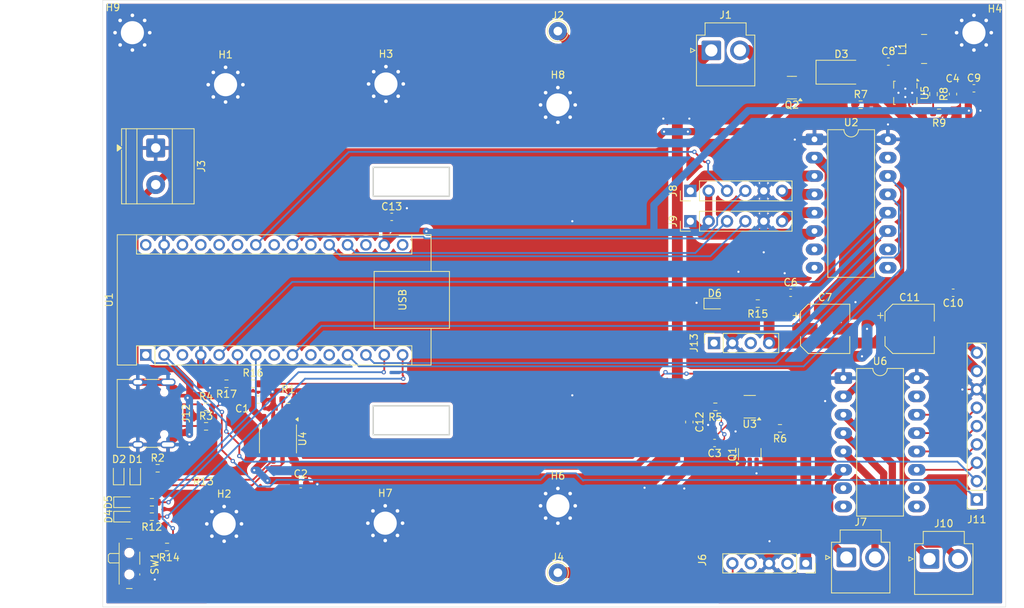
<source format=kicad_pcb>
(kicad_pcb (version 20241229) (generator "pcbnew") (generator_version "9.0")
  (layers (0 "F.Cu" signal) (2 "B.Cu" signal) (13 "F.Paste" user) (15 "B.Paste" user) (5 "F.SilkS" user "F.Silkscreen") (7 "B.SilkS" user "B.Silkscreen") (1 "F.Mask" user) (3 "B.Mask" user) (25 "Edge.Cuts" user))
  (net 0 "")
  (net 1 "/VIN")
  (net 2 "GND")
  (net 3 "/V+")
  (net 4 "Net-(U3-VDD)")
  (net 5 "/V-")
  (net 6 "Net-(U5-FB)")
  (net 7 "/3V3")
  (net 8 "/6V")
  (net 9 "/REG_IN")
  (net 10 "/V+_BAU")
  (net 11 "Net-(D1-K)")
  (net 12 "Net-(D1-A)")
  (net 13 "Net-(D2-K)")
  (net 14 "Net-(D4-A)")
  (net 15 "Net-(D5-A)")
  (net 16 "Net-(D6-A)")
  (net 17 "Net-(J6-Pin_5)")
  (net 20 "/COUT2")
  (net 21 "/COUT1")
  (net 22 "/ENC2_1")
  (net 23 "/ENC2_2")
  (net 24 "/BOUT1")
  (net 25 "/BOUT2")
  (net 26 "/ENC1_2")
  (net 27 "/AOUT1")
  (net 28 "/ENC1_1")
  (net 29 "/AOUT2")
  (net 30 "/CIN1")
  (net 31 "/RX_STM32")
  (net 32 "/TX_STM32")
  (net 33 "/CIN2")
  (net 34 "/DIN1")
  (net 35 "/DIN2")
  (net 38 "Net-(U5-L2)")
  (net 39 "Net-(U5-L1)")
  (net 40 "Net-(Q1-G2)")
  (net 42 "Net-(Q1-G1)")
  (net 44 "Net-(U4-ISET)")
  (net 45 "Net-(U3-CS)")
  (net 46 "/Led_bat_1")
  (net 47 "/Led_bat_2")
  (net 48 "/ENABLE_BOOST_6V")
  (net 49 "Net-(U1A-PB0)")
  (net 55 "/AIN2")
  (net 57 "/AIN1")
  (net 63 "/BIN1")
  (net 65 "/BIN2")
  (net 76 "/DOUT1")
  (net 77 "/DOUT2")
  (net 80 "Net-(J12-CC1)")
  (net 84 "Net-(J12-CC2)")
  (net 88 "Net-(SW1-A)")
  (footprint "MountingHole:MountingHole_3.2mm_M3_Pad_Via" (layer "F.Cu") (at 170.6 18)
    (property "Reference" "H4")
    (property "Value" "MountingHole_Pad")
  )
  (footprint "Capacitor_SMD:CP_Elec_6.3x5.4" (layer "F.Cu") (at 161.7 59)
    (property "Reference" "C11")
    (property "Value" "100u")
  )
  (footprint "Capacitor_SMD:C_0603_1608Metric" (layer "F.Cu") (at 77.4 80.5)
    (property "Reference" "C2")
    (property "Value" "10u")
  )
  (footprint "Resistor_SMD:R_0603_1608Metric" (layer "F.Cu") (at 165.775 29.1)
    (property "Reference" "R9")
    (property "Value" "178k")
  )
  (footprint "Capacitor_SMD:C_0603_1608Metric" (layer "F.Cu") (at 71.5 68.8)
    (property "Reference" "C1")
    (property "Value" "1u")
  )
  (footprint "Resistor_SMD:R_0603_1608Metric" (layer "F.Cu") (at 75.675 68.8)
    (property "Reference" "R1")
    (property "Value" "1k2")
  )
  (footprint "Package_TO_SOT_SMD:SOT-23-6" (layer "F.Cu") (at 139.5625 69.775 180)
    (property "Reference" "U3")
    (property "Value" "HY2112")
  )
  (footprint "Resistor_SMD:R_0603_1608Metric" (layer "F.Cu") (at 140.675 55.5 180)
    (property "Reference" "R15")
    (property "Value" "330R")
  )
  (footprint "Capacitor_SMD:C_0603_1608Metric" (layer "F.Cu") (at 131.2 71.9 -90)
    (property "Reference" "C12")
    (property "Value" "10u")
  )
  (footprint "Capacitor_SMD:C_0603_1608Metric" (layer "F.Cu") (at 158.75 22)
    (property "Reference" "C8")
    (property "Value" "10u")
  )
  (footprint "Resistor_SMD:R_0603_1608Metric" (layer "F.Cu") (at 56.7875 85 180)
    (property "Reference" "R12")
    (property "Value" "330R")
  )
  (footprint "Package_TO_SOT_SMD:SOT-23" (layer "F.Cu") (at 145.4 25.6 180)
    (property "Reference" "Q2")
    (property "Value" "DMP1045U-7")
  )
  (footprint "Capacitor_SMD:C_0603_1608Metric" (layer "F.Cu") (at 145.225 54)
    (property "Reference" "C6")
    (property "Value" "100n")
  )
  (footprint "Resistor_SMD:R_0603_1608Metric" (layer "F.Cu") (at 143.75 72.775 180)
    (property "Reference" "R6")
    (property "Value" "2k")
  )
  (footprint "TestPoint:TestPoint_THTPad_D2.5mm_Drill1.2mm" (layer "F.Cu") (at 113 17.78)
    (property "Reference" "J2")
    (property "Value" "BAT+")
  )
  (footprint "LED_SMD:LED_0603_1608Metric" (layer "F.Cu") (at 53 83)
    (property "Reference" "D5")
    (property "Value" "RED_LED")
  )
  (footprint "Capacitor_SMD:CP_Elec_6.3x5.4" (layer "F.Cu") (at 150 59)
    (property "Reference" "C7")
    (property "Value" "100u")
  )
  (footprint "MountingHole:MountingHole_3.2mm_M3_Pad_Via" (layer "F.Cu") (at 66.802944 86)
    (property "Reference" "H2")
    (property "Value" "MountingHole_Pad")
  )
  (footprint "LED_SMD:LED_0603_1608Metric" (layer "F.Cu") (at 52.2 79.1 90)
    (property "Reference" "D2")
    (property "Value" "Full")
  )
  (footprint "Capacitor_SMD:C_0603_1608Metric" (layer "F.Cu") (at 167.725 54 180)
    (property "Reference" "C10")
    (property "Value" "100n")
  )
  (footprint "Connector_PinSocket_2.54mm:PinSocket_1x04_P2.54mm_Vertical" (layer "F.Cu") (at 134.62 60.96 90)
    (property "Reference" "J13")
    (property "Value" "BOOST_OUT")
  )
  (footprint "Resistor_SMD:R_0603_1608Metric" (layer "F.Cu") (at 64.3 69.8)
    (property "Reference" "R4")
    (property "Value" "5.1k")
  )
  (footprint "TestPoint:TestPoint_THTPad_D2.5mm_Drill1.2mm" (layer "F.Cu") (at 113 92.75)
    (property "Reference" "J4")
    (property "Value" "BAT-")
  )
  (footprint "Resistor_SMD:R_0603_1608Metric" (layer "F.Cu") (at 57.6 78.3)
    (property "Reference" "R2")
    (property "Value" "1k")
  )
  (footprint "Diode_SMD:D_SMA" (layer "F.Cu") (at 152.25 23.47)
    (property "Reference" "D3")
    (property "Value" "SS34")
  )
  (footprint "LED_SMD:LED_0603_1608Metric" (layer "F.Cu") (at 54.5 79.1 90)
    (property "Reference" "D1")
    (property "Value" "Charge")
  )
  (footprint "Module:Arduino_Nano" (layer "F.Cu") (at 55.95 62.61 90)
    (property "Reference" "U1")
    (property "Value" "NUCLEO-G431KB")
  )
  (footprint "Package_DIP:DIP-16_W10.16mm_LongPads" (layer "F.Cu") (at 152.525 65.81)
    (property "Reference" "U6")
    (property "Value" "DRIVER 2")
  )
  (footprint "Connector_PinHeader_2.54mm:PinHeader_1x06_P2.54mm_Vertical" (layer "F.Cu") (at 131.34 39.9 90)
    (property "Reference" "J8")
    (property "Value" "MOTOR 1")
  )
  (footprint "Resistor_SMD:R_0603_1608Metric" (layer "F.Cu") (at 67.125 66.6 180)
    (property "Reference" "R17")
    (property "Value" "10k")
  )
  (footprint "Capacitor_SMD:C_0603_1608Metric" (layer "F.Cu") (at 167.7 26.5 -90)
    (property "Reference" "C4")
    (property "Value" "2.2p")
  )
  (footprint "Package_SON:Texas_DRC0010J_ThermalVias" (layer "F.Cu") (at 161.1 26.325 -90)
    (property "Reference" "U5")
    (property "Value" "TPS63000")
  )
  (footprint "Connector_PinSocket_2.54mm:PinSocket_1x05_P2.54mm_Vertical" (layer "F.Cu") (at 147.32 91.465 -90)
    (property "Reference" "J6")
    (property "Value" "BOOST_IN")
  )
  (footprint "Package_SO:SOIC-8-1EP_3.9x4.9mm_P1.27mm_EP2.29x3mm" (layer "F.Cu") (at 74.25 74.23 -90)
    (property "Reference" "U4")
    (property "Value" "CN3058E")
  )
  (footprint "TerminalBlock_Phoenix:TerminalBlock_Phoenix_MKDS-1,5-2-5.08_1x02_P5.08mm_Horizontal" (layer "F.Cu") (at 57.3275 33.955 -90)
    (property "Reference" "J3")
    (property "Value" "VIN_Connector")
  )
  (footprint "Package_TO_SOT_SMD:SOT-23-6" (layer "F.Cu") (at 139.5625 76.35 90)
    (property "Reference" "Q1")
    (property "Value" "FS8205A")
  )
  (footprint "MountingHole:MountingHole_3.2mm_M3_Pad_Via" (layer "F.Cu") (at 113.002944 28)
    (property "Reference" "H8")
    (property "Value" "MountingHole_Pad")
  )
  (footprint "Connector_USB:USB_C_Receptacle_HRO_TYPE-C-31-M-12" (layer "F.Cu") (at 55.9 70.7 -90)
    (property "Reference" "J12")
    (property "Value" "USB_C_Receptacle_USB2.0_16P")
  )
  (footprint "Connector_PinHeader_2.54mm:PinHeader_1x06_P2.54mm_Vertical" (layer "F.Cu") (at 131.34 44.1 90)
    (property "Reference" "J9")
    (property "Value" "MOTOR 2")
  )
  (footprint "MountingHole:MountingHole_3.2mm_M3_Pad_Via" (layer "F.Cu") (at 54.1 18)
    (property "Reference" "H9")
    (property "Value" "MountingHole_Pad")
  )
  (footprint "Resistor_SMD:R_0603_1608Metric" (layer "F.Cu") (at 58.9 89.2 180)
    (property "Reference" "R14")
    (property "Value" "1k")
  )
  (footprint "Resistor_SMD:R_0603_1608Metric" (layer "F.Cu") (at 64.3 72.5)
    (property "Reference" "R3")
    (property "Value" "5.1k")
  )
  (footprint "Connector_PinSocket_2.54mm:PinSocket_1x09_P2.54mm_Vertical" (layer "F.Cu") (at 171 82.62 180)
    (property "Reference" "J11")
    (property "Value" "COMM_inter_mcu")
  )
  (footprint "LED_SMD:LED_0603_1608Metric" (layer "F.Cu") (at 53 85)
    (property "Reference" "D4")
    (property "Value" "GREEN_LED")
  )
  (footprint "Capacitor_SMD:C_0603_1608Metric" (layer "F.Cu") (at 170.6 25.7)
    (property "Reference" "C9")
    (property "Value" "10u")
  )
  (footprint "MountingHole:MountingHole_3.2mm_M3_Pad_Via" (layer "F.Cu") (at 67 25.197056)
    (property "Reference" "H1")
    (property "Value" "MountingHole_Pad")
  )
  (footprint "Connector_JST:JST_VH_B2P-VH_1x02_P3.96mm_Vertical" (layer "F.Cu") (at 134.2425 20.45)
    (property "Reference" "J1")
    (property "Value" "BAU")
  )
  (footprint "Resistor_SMD:R_0603_1608Metric" (layer "F.Cu") (at 165 26.5 -90)
    (property "Reference" "R8")
    (property "Value" "1M")
  )
  (footprint "MountingHole:MountingHole_3.2mm_M3_Pad_Via" (layer "F.Cu") (at 89.2 25.1)
    (property "Reference" "H3")
    (property "Value" "MountingHole_Pad")
  )
  (footprint "LED_SMD:LED_0603_1608Metric" (layer "F.Cu") (at 134.7125 55.5)
    (property "Reference" "D6")
    (property "Value" "GREEN_LED")
  )
  (footprint "Resistor_SMD:R_0603_1608Metric" (layer "F.Cu") (at 56.8 83 180)
    (property "Reference" "R13")
    (property "Value" "330R")
  )
  (footprint "Connector_JST:JST_VH_B2P-VH_1x02_P3.96mm_Vertical" (layer "F.Cu") (at 152.9425 90.65)
    (property "Reference" "J7")
    (property "Value" "MOTOR 3")
  )
  (footprint "Resistor_SMD:R_0603_1608Metric" (layer "F.Cu") (at 154.925 27.97)
    (property "Reference" "R7")
    (property "Value" "10k")
  )
  (footprint "Capacitor_SMD:C_0603_1608Metric" (layer "F.Cu") (at 90 43.5)
    (property "Reference" "C13")
    (property "Value" "100n")
  )
  (footprint "Package_DIP:DIP-16_W10.16mm_LongPads" (layer "F.Cu") (at 148.525 32.76)
    (property "Reference" "U2")
    (property "Value" "DRIVER 1")
  )
  (footprint "MountingHole:MountingHole_3.2mm_M3_Pad_Via" (layer "F.Cu") (at 113.002944 83.5)
    (property "Reference" "H6")
    (property "Value" "MountingHole_Pad")
  )
  (footprint "Button_Switch_SMD:SW_SPDT_PCM12" (layer "F.Cu") (at 54 91.5 -90)
    (property "Reference" "SW1")
    (property "Value" "SW_SPDT")
  )
  (footprint "Resistor_SMD:R_0603_1608Metric" (layer "F.Cu") (at 134.8 69.8 180)
    (property "Reference" "R5")
    (property "Value" "100R")
  )
  (footprint "Inductor_SMD:L_Wuerth_WE-TPC-3816" (layer "F.Cu") (at 163.7 20.25 90)
    (property "Reference" "L1")
    (property "Value" "2.2u")
  )
  (footprint "Capacitor_SMD:C_0603_1608Metric" (layer "F.Cu") (at 134.7 74.8 180)
    (property "Reference" "C3")
    (property "Value" "100n")
  )
  (footprint "Resistor_SMD:R_0603_1608Metric" (layer "F.Cu") (at 70.8 66.6 180)
    (property "Reference" "R16")
    (property "Value" "10k")
  )
  (footprint "MountingHole:MountingHole_3.2mm_M3_Pad_Via" (layer "F.Cu") (at 89.1 85.9)
    (property "Reference" "H7")
    (property "Value" "MountingHole_Pad")
  )
  (footprint "Connector_JST:JST_VH_B2P-VH_1x02_P3.96mm_Vertical" (layer "F.Cu") (at 164.4425 90.85)
    (property "Reference" "J10")
    (property "Value" "MOTOR 4")
  )
  (gr_rect (start 87.44 36.64) (end 97.98 40.64) (stroke (width 0.2)) (fill no) (layer "Edge.Cuts"))
  (gr_rect (start 87.44 69.66) (end 97.98 73.66) (stroke (width 0.2)) (fill no) (layer "Edge.Cuts"))
  (gr_rect (start 50 13.5) (end 175 97.5) (stroke (width 0.05)) (fill no) (layer "Edge.Cuts"))
  (segment (start 67.1 68.8) (end 70.725 68.8) (width 1) (layer "F.Cu") (net 1))
  (segment (start 61.55 73.15) (end 61.9 73.5) (width 0.5) (layer "F.Cu") (net 1))
  (segment (start 154.25 23.47) (end 151.17 26.55) (width 1) (layer "F.Cu") (net 1))
  (segment (start 62 73.6) (end 61.121 73.6) (width 0.5) (layer "F.Cu") (net 1))
  (segment (start 60.971 73.251) (end 60.87 73.15) (width 0.2) (layer "F.Cu") (net 1))
  (segment (start 57.3275 39.035) (end 54.449 41.9135) (width 1) (layer "F.Cu") (net 1))
  (segment (start 63.3625 33) (end 126.4 33) (width 1) (layer "F.Cu") (net 1))
  (segment (start 154.25 23.47) (end 154.25 27.82) (width 1) (layer "F.Cu") (net 1))
  (segment (start 62.05 66.55) (end 62.05 68.25) (width 1) (layer "F.Cu") (net 1))
  (segment (start 70.725 70.135) (end 72.345 71.755) (width 1) (layer "F.Cu") (net 1))
  (segment (start 126.4 33) (end 127.7 31.7) (width 1) (layer "F.Cu") (net 1))
  (segment (start 60.87 73.15) (end 59.945 73.15) (width 0.2) (layer "F.Cu") (net 1))
  (segment (start 54.449 41.9135) (end 54.449 64.111) (width 1) (layer "F.Cu") (net 1))
  (segment (start 61.9 73.5) (end 62 73.6) (width 1) (layer "F.Cu") (net 1))
  (segment (start 141.1875 31.7) (end 146.3375 26.55) (width 1) (layer "F.Cu") (net 1))
  (segment (start 60.971 75.754) (end 60.971 73.251) (width 0.2) (layer "F.Cu") (net 1))
  (segment (start 70.725 68.8) (end 70.725 70.135) (width 1) (layer "F.Cu") (net 1))
  (segment (start 58.425 78.3) (end 60.971 75.754) (width 0.2) (layer "F.Cu") (net 1))
  (segment (start 54.847265 64.509265) (end 60.009265 64.509265) (width 1) (layer "F.Cu") (net 1))
  (segment (start 59.945 68.25) (end 62.05 68.25) (width 0.5) (layer "F.Cu") (net 1))
  (segment (start 62.05 68.25) (end 66.55 68.25) (width 1) (layer "F.Cu") (net 1))
  (segment (start 131 31.7) (end 141.1875 31.7) (width 1) (layer "F.Cu") (net 1))
  (segment (start 154.25 27.82) (end 154.1 27.97) (width 1) (layer "F.Cu") (net 1))
  (segment (start 61.121 73.6) (end 61.121 73.5) (width 0.5) (layer "F.Cu") (net 1))
  (segment (start 151.17 26.55) (end 146.3375 26.55) (width 1) (layer "F.Cu") (net 1))
  (segment (start 62 73.6) (end 61.676 73.276) (width 1) (layer "F.Cu") (net 1))
  (segment (start 60.009265 64.509265) (end 62.05 66.55) (width 1) (layer "F.Cu") (net 1))
  (segment (start 59.945 73.15) (end 61.55 73.15) (width 0.5) (layer "F.Cu") (net 1))
  (segment (start 61.676 73.276) (end 61.55 73.276) (width 1) (layer "F.Cu") (net 1))
  (segment (start 66.55 68.25) (end 67.1 68.8) (width 1) (layer "F.Cu") (net 1))
  (segment (start 57.3275 39.035) (end 63.3625 33) (width 1) (layer "F.Cu") (net 1))
  (segment (start 54.449 64.111) (end 54.847265 64.509265) (width 1) (layer "F.Cu") (net 1))
  (via (at 62 73.6) (size 0.6) (drill 0.3) (layers "F.Cu" "B.Cu") (net 1))
  (via (at 131 31.7) (size 0.6) (drill 0.3) (layers "F.Cu" "B.Cu") (net 1))
  (via (at 61.75 68.55) (size 0.6) (drill 0.3) (layers "F.Cu" "B.Cu") (net 1))
  (via (at 127.7 31.7) (size 0.6) (drill 0.3) (layers "F.Cu" "B.Cu") (net 1))
  (segment (start 62 73.6) (end 62 68.8) (width 1) (layer "B.Cu") (net 1))
  (segment (start 62 68.8) (end 61.75 68.55) (width 1) (layer "B.Cu") (net 1))
  (segment (start 127.7 31.7) (end 131 31.7) (width 1) (layer "B.Cu") (net 1))
  (segment (start 65.8 69.8) (end 66.242893 69.357107) (width 0.25) (layer "F.Cu") (net 2))
  (segment (start 59.744 67.249) (end 59.945 67.249) (width 1) (layer "F.Cu") (net 2))
  (segment (start 59.03 66.535) (end 59.744 67.249) (width 1) (layer "F.Cu") (net 2))
  (segment (start 144.4 53.95) (end 144.45 54) (width 1) (layer "F.Cu") (net 2))
  (segment (start 63.57 63.87) (end 65.45 65.75) (width 1) (layer "F.Cu") (net 2))
  (segment (start 166.6 29.1) (end 165.799 29.901) (width 0.25) (layer "F.Cu") (net 2))
  (segment (start 65.45 66.55) (end 65.45 65.75) (width 0.25) (layer "F.Cu") (net 2))
  (segment (start 65.45 65.75) (end 66.3 66.6) (width 1) (layer "F.Cu") (net 2))
  (segment (start 165.799 29.901) (end 163.428452 29.901) (width 0.25) (layer "F.Cu") (net 2))
  (segment (start 65.125 69.8) (end 65.125 72.5) (width 0.25) (layer "F.Cu") (net 2))
  (segment (start 161.1 24.93) (end 161.105 24.925) (width 0.25) (layer "F.Cu") (net 2))
  (segment (start 161.649 27.774) (end 161.6 27.725) (width 0.25) (layer "F.Cu") (net 2))
  (segment (start 133.799 56.396919) (end 133.799 54.795423) (width 1.5) (layer "F.Cu") (net 2))
  (segment (start 132.3 55.5) (end 132.2 55.4) (width 0.2) (layer "F.Cu") (net 2))
  (segment (start 161.1 25.75) (end 161.1 24.93) (width 0.25) (layer "F.Cu") (net 2))
  (segment (start 59.899 74.151) (end 59.945 74.151) (width 1) (layer "F.Cu") (net 2))
  (segment (start 161.649 28.121548) (end 161.649 27.774) (width 0.25) (layer "F.Cu") (net 2))
  (segment (start 55.43 93.75) (end 57.15 93.75) (width 0.2) (layer "F.Cu") (net 2))
  (segment (start 57.5 66.38) (end 59.03 66.38) (width 1) (layer "F.Cu") (net 2))
  (segment (start 65.125 69.8) (end 65.8 69.8) (width 0.25) (layer "F.Cu") (net 2))
  (segment (start 163.428452 29.901) (end 161.649 28.121548) (width 0.25) (layer "F.Cu") (net 2))
  (segment (start 162.05 26.325) (end 163.625 26.325) (width 1) (layer "F.Cu") (net 2))
  (segment (start 159.525 22) (end 159.525 20.175) (width 0.2) (layer "F.Cu") (net 2))
  (segment (start 159.525 20.175) (end 159.8 19.9) (width 0.2) (layer "F.Cu") (net 2))
  (segment (start 137.16 59.757919) (end 133.799 56.396919) (width 1.5) (layer "F.Cu") (net 2))
  (segment (start 137.16 60.96) (end 137.16 59.757919) (width 1.5) (layer "F.Cu") (net 2))
  (segment (start 59.03 66.38) (end 59.03 66.535) (width 1) (layer "F.Cu") (net 2))
  (segment (start 90.9 43.5) (end 92.1 42.3) (width 0.2) (layer "F.Cu") (net 2))
  (segment (start 169.02 67.38) (end 169 67.4) (width 0.2) (layer "F.Cu") (net 2))
  (segment (start 90.775 43.5) (end 90.9 43.5) (width 0.2) (layer "F.Cu") (net 2))
  (segment (start 144.4 51.3) (end 144.4 53.95) (width 1) (layer "F.Cu") (net 2))
  (segment (start 133.799 54.795423) (end 140.194423 48.4) (width 1.5) (layer "F.Cu") (net 2))
  (segment (start 142.24 88.46) (end 142.3 88.4) (width 1.5) (layer "F.Cu") (net 2))
  (segment (start 57.5 66.38) (end 59.076 66.38) (width 1) (layer "F.Cu") (net 2))
  (segment (start 59.03 75.02) (end 59.899 74.151) (width 1) (layer "F.Cu") (net 2))
  (segment (start 57.15 93.75) (end 57.2 93.7) (width 0.2) (layer "F.Cu") (net 2))
  (segment (start 140.194423 48.4) (end 141.5 48.4) (width 1.5) (layer "F.Cu") (net 2))
  (segment (start 161.524264 26.9) (end 161.6 26.975736) (width 0.25) (layer "F.Cu") (net 2))
  (segment (start 163.625 26.325) (end 163.7 26.4) (width 1) (layer "F.Cu") (net 2))
  (segment (start 63.57 62.61) (end 63.57 63.87) (width 1) (layer "F.Cu") (net 2))
  (segment (start 142.24 91.465) (end 142.24 88.46) (width 1.5) (layer "F.Cu") (net 2))
  (segment (start 78.175 80.5) (end 79.675 80.5) (width 0.2) (layer "F.Cu") (net 2))
  (segment (start 171 67.38) (end 169.02 67.38) (width 0.2) (layer "F.Cu") (net 2))
  (segment (start 79.675 80.5) (end 79.7 80.525) (width 0.2) (layer "F.Cu") (net 2))
  (segment (start 152.8 56.7) (end 154.2 55.3) (width 1) (layer "F.Cu") (net 2))
  (segment (start 133.925 55.5) (end 132.3 55.5) (width 0.2) (layer "F.Cu") (net 2))
  (segment (start 161.6 26.975736) (end 161.6 27.725) (width 0.25) (layer "F.Cu") (net 2))
  (segment (start 152.8 59) (end 152.8 56.7) (width 1) (layer "F.Cu") (net 2))
  (segment (start 54.85 66.38) (end 57.5 66.38) (width 1) (layer "F.Cu") (net 2))
  (segment (start 161.1 26.9) (end 161.524264 26.9) (width 0.25) (layer "F.Cu") (net 2))
  (segment (start 64.85 67.15) (end 65.45 66.55) (width 0.25) (layer "F.Cu") (net 2))
  (via (at 73.5 67.7) (size 0.6) (drill 0.3) (layers "F.Cu" "B.Cu") (net 2))
  (via (at 130.5 81.1) (size 0.6) (drill 0.3) (layers "F.Cu" "B.Cu") (net 2))
  (via (at 163.7 26.4) (size 0.6) (drill 0.3) (layers "F.Cu" "B.Cu") (net 2))
  (via (at 159.8 19.9) (size 0.6) (drill 0.3) (layers "F.Cu" "B.Cu") (net 2))
  (via (at 115 44.1) (size 0.6) (drill 0.3) (layers "F.Cu" "B.Cu") (net 2))
  (via (at 171.5 28.8) (size 0.6) (drill 0.3) (layers "F.Cu" "B.Cu") (net 2))
  (via (at 131.2 29.9) (size 0.6) (drill 0.3) (layers "F.Cu" "B.Cu") (net 2))
  (via (at 141.5 48.4) (size 0.6) (drill 0.3) (layers "F.Cu" "B.Cu") (net 2))
  (via (at 115 68.2) (size 0.6) (drill 0.3) (layers "F.Cu" "B.Cu") (net 2))
  (via (at 154.2 55.3) (size 0.6) (drill 0.3) (layers "F.Cu" "B.Cu") (net 2))
  (via (at 137.6 73.2) (size 0.6) (drill 0.3) (layers "F.Cu" "B.Cu") (net 2))
  (via (at 140.5 79) (size 0.6) (drill 0.3) (layers "F.Cu" "B.Cu") (net 2))
  (via (at 169 67.4) (size 0.6) (drill 0.3) (layers "F.Cu" "B.Cu") (net 2))
  (via (at 64.85 67.15) (size 0.6) (drill 0.3) (layers "F.Cu" "B.Cu") (net 2))
  (via (at 145.8 32.8) (size 0.6) (drill 0.3) (layers "F.Cu" "B.Cu") (net 2))
  (via (at 158.7 30.7) (size 0.6) (drill 0.3) (layers "F.Cu" "B.Cu") (net 2))
  (via (at 142.3 88.4) (size 0.6) (drill 0.3) (layers "F.Cu" "B.Cu") (net 2))
  (via (at 57.2 93.7) (size 0.6) (drill 0.3) (layers "F.Cu" "B.Cu") (net 2))
  (via (at 132.2 55.4) (size 0.6) (drill 0.3) (layers "F.Cu" "B.Cu") (net 2))
  (via (at 133.8 72.3) (size 0.6) (drill 0.3) (layers "F.Cu" "B.Cu") (net 2))
  (via (at 138 51.1) (size 0.6) (drill 0.3) (layers "F.Cu" "B.Cu") (net 2))
  (via (at 92.1 42.3) (size 0.6) (drill 0.3) (layers "F.Cu" "B.Cu") (net 2))
  (via (at 150 69) (size 0.6) (drill 0.3) (layers "F.Cu" "B.Cu") (net 2))
  (via (at 144.4 51.3) (size 0.6) (drill 0.3) (layers "F.Cu" "B.Cu") (net 2))
  (via (at 125 81) (size 0.6) (drill 0.3) (layers "F.Cu" "B.Cu") (net 2))
  (via (at 127.6 29.9) (size 0.6) (drill 0.3) (layers "F.Cu" "B.Cu") (net 2))
  (via (at 79.7 80.525) (size 0.6) (drill 0.3) (layers "F.Cu" "B.Cu") (net 2))
  (via (at 62 75) (size 0.6) (drill 0.3) (layers "F.Cu" "B.Cu") (net 2))
  (via (at 66.242893 69.357107) (size 0.6) (drill 0.3) (layers "F.Cu" "B.Cu") (net 2))
  (segment (start 66.242893 69.357107) (end 66.242893 68.542893) (width 0.25) (layer "B.Cu") (net 2))
  (segment (start 141.5 37.1) (end 145.8 32.8) (width 1) (layer "B.Cu") (net 2))
  (segment (start 141.5 39.9) (end 141.5 37.1) (width 1) (layer "B.Cu") (net 2))
  (segment (start 141.5 44.1) (end 141.5 39.9) (width 1) (layer "B.Cu") (net 2))
  (segment (start 145.8 32.8) (end 148.485 32.8) (width 1) (layer "B.Cu") (net 2))
  (segment (start 148.525 32.76) (end 158.685 32.76) (width 1) (layer "B.Cu") (net 2))
  (segment (start 141.5 44.1) (end 141.5 48.4) (width 1) (layer "B.Cu") (net 2))
  (segment (start 148.485 32.8) (end 148.525 32.76) (width 1) (layer "B.Cu") (net 2))
  (segment (start 141.5 48.4) (end 144.4 51.3) (width 1) (layer "B.Cu") (net 2))
  (segment (start 66.242893 68.542893) (end 64.85 67.15) (width 0.25) (layer "B.Cu") (net 2))
  (segment (start 139.3125 20.45) (end 144.4625 25.6) (width 1.5) (layer "F.Cu") (net 3))
  (segment (start 138.2025 20.45) (end 139.3125 20.45) (width 1.5) (layer "F.Cu") (net 3))
  (segment (start 135.625 69.8) (end 138.4 69.8) (width 0.2) (layer "F.Cu") (net 4))
  (segment (start 136.05 74.225) (end 135.475 74.8) (width 0.2) (layer "F.Cu") (net 4))
  (segment (start 135.625 69.8) (end 135.625 72.125) (width 0.2) (layer "F.Cu") (net 4))
  (segment (start 138.4 69.8) (end 138.425 69.775) (width 0.2) (layer "F.Cu") (net 4))
  (segment (start 136.05 73.6) (end 136.05 74.225) (width 0.2) (layer "F.Cu") (net 4))
  (segment (start 135.625 72.125) (end 135.6 72.15) (width 0.2) (layer "F.Cu") (net 4))
  (via (at 135.6 72.15) (size 0.6) (drill 0.3) (layers "F.Cu" "B.Cu") (net 4))
  (via (at 136.05 73.6) (size 0.6) (drill 0.3) (layers "F.Cu" "B.Cu") (net 4))
  (segment (start 135.6 72.15) (end 135.6 73.15) (width 0.2) (layer "B.Cu") (net 4))
  (segment (start 135.6 73.15) (end 136.05 73.6) (width 0.2) (layer "B.Cu") (net 4))
  (segment (start 138.425 70.725) (end 138 70.725) (width 0.2) (layer "F.Cu") (net 5))
  (segment (start 131.2 77.78) (end 131.64 77.34) (width 1.5) (layer "F.Cu") (net 5))
  (segment (start 131.2 72.675) (end 131.2 77.78) (width 1.5) (layer "F.Cu") (net 5))
  (segment (start 113 92.75) (end 116.23 92.75) (width 1.5) (layer "F.Cu") (net 5))
  (segment (start 138 70.725) (end 133.925 74.8) (width 0.2) (layer "F.Cu") (net 5))
  (segment (start 131.64 77.34) (end 138.3115 77.34) (width 1.5) (layer "F.Cu") (net 5))
  (segment (start 131.64 77.085) (end 131.64 77.34) (width 0.2) (layer "F.Cu") (net 5))
  (segment (start 133.925 74.8) (end 131.64 77.085) (width 0.2) (layer "F.Cu") (net 5))
  (segment (start 116.23 92.75) (end 131.2 77.78) (width 1.5) (layer "F.Cu") (net 5))
  (segment (start 138.3115 77.34) (end 138.3115 77.4875) (width 1.5) (layer "F.Cu") (net 5))
  (segment (start 162.1 27.725) (end 164.6 27.725) (width 0.25) (layer "F.Cu") (net 6))
  (segment (start 164.95 27.375) (end 165 27.325) (width 0.25) (layer "F.Cu") (net 6))
  (segment (start 164.95 29.1) (end 164.95 27.375) (width 0.25) (layer "F.Cu") (net 6))
  (segment (start 164.6 27.725) (end 165 27.325) (width 0.25) (layer "F.Cu") (net 6))
  (segment (start 165.325 27.275) (end 167.7 27.275) (width 0.25) (layer "F.Cu") (net 6))
  (segment (start 165.275 27.325) (end 165.325 27.275) (width 0.25) (layer "F.Cu") (net 6))
  (segment (start 165 27.325) (end 165.275 27.325) (width 0.25) (layer "F.Cu") (net 6))
  (segment (start 169.9 61.2) (end 171 62.3) (width 1) (layer "F.Cu") (net 7))
  (segment (start 165 25.675) (end 164.119 24.794) (width 1) (layer "F.Cu") (net 7))
  (segment (start 88.97 47.37) (end 90.84 45.5) (width 1) (layer "F.Cu") (net 7))
  (segment (start 164.119 24.794) (end 162.426 24.794) (width 1) (layer "F.Cu") (net 7))
  (segment (start 165 25.675) (end 167.65 25.675) (width 1) (layer "F.Cu") (net 7))
  (segment (start 89.225 43.5) (end 89.225 47.115) (width 1) (layer "F.Cu") (net 7))
  (segment (start 169.825 25.7) (end 169.825 28.725) (width 1) (layer "F.Cu") (net 7))
  (segment (start 90.84 45.5) (end 94.8 45.5) (width 1) (layer "F.Cu") (net 7))
  (segment (start 89.225 47.115) (end 88.97 47.37) (width 1) (layer "F.Cu") (net 7))
  (segment (start 167.7 25.725) (end 169.8 25.725) (width 1) (layer "F.Cu") (net 7))
  (segment (start 169.825 28.725) (end 169.9 28.8) (width 1) (layer "F.Cu") (net 7))
  (segment (start 133.88 44.1) (end 133.88 39.9) (width 1) (layer "F.Cu") (net 7))
  (segment (start 169.8 25.725) (end 169.825 25.7) (width 1) (layer "F.Cu") (net 7))
  (segment (start 167.65 25.675) (end 167.7 25.725) (width 1) (layer "F.Cu") (net 7))
  (segment (start 169.9 28.8) (end 169.9 61.2) (width 1) (layer "F.Cu") (net 7))
  (via (at 169.9 28.8) (size 0.6) (drill 0.3) (layers "F.Cu" "B.Cu") (net 7))
  (via (at 94.8 45.5) (size 0.6) (drill 0.3) (layers "F.Cu" "B.Cu") (net 7))
  (segment (start 126.3 41.838) (end 139.338 28.8) (width 1) (layer "B.Cu") (net 7))
  (segment (start 126.3 45.651) (end 126.3 41.838) (width 1) (layer "B.Cu") (net 7))
  (segment (start 132.649 45.651) (end 133.88 44.42) (width 1) (layer "B.Cu") (net 7))
  (segment (start 139.338 28.8) (end 169.9 28.8) (width 1) (layer "B.Cu") (net 7))
  (segment (start 94.8 45.5) (end 94.951 45.651) (width 1) (layer "B.Cu") (net 7))
  (segment (start 126.3 45.651) (end 132.649 45.651) (width 1) (layer "B.Cu") (net 7))
  (segment (start 133.88 44.42) (end 133.88 44.1) (width 1) (layer "B.Cu") (net 7))
  (segment (start 94.951 45.651) (end 126.3 45.651) (width 1) (layer "B.Cu") (net 7))
  (segment (start 158.9 59) (end 163.9 54) (width 1.5) (layer "F.Cu") (net 8))
  (segment (start 147.2 55.2) (end 146 54) (width 1.5) (layer "F.Cu") (net 8))
  (segment (start 146.441288 55.5) (end 150.676 51.265288) (width 1.5) (layer "F.Cu") (net 8))
  (segment (start 142.24 56.24) (end 141.5 55.5) (width 1.5) (layer "F.Cu") (net 8))
  (segment (start 142.24 60.96) (end 142.24 56.24) (width 1.5) (layer "F.Cu") (net 8))
  (segment (start 158.3 62.975) (end 158.3 60.96) (width 1) (layer "F.Cu") (net 8))
  (segment (start 141.5 55.5) (end 146.441288 55.5) (width 1.5) (layer "F.Cu") (net 8))
  (segment (start 145.24 60.96) (end 147.2 59) (width 1.5) (layer "F.Cu") (net 8))
  (segment (start 148.861288 35.3) (end 148.525 35.3) (width 1.5) (layer "F.Cu") (net 8))
  (segment (start 150.676 51.265288) (end 150.676 37.114712) (width 1.5) (layer "F.Cu") (net 8))
  (segment (start 163.9 54) (end 166.95 54) (width 1.5) (layer "F.Cu") (net 8))
  (segment (start 156.94 60.96) (end 158.9 59) (width 1.5) (layer "F.Cu") (net 8))
  (segment (start 167.113001 60.96) (end 170.993001 64.84) (width 1.5) (layer "F.Cu") (net 8))
  (segment (start 152.925 68.35) (end 158.3 62.975) (width 1) (layer "F.Cu") (net 8))
  (segment (start 142.24 60.96) (end 145.24 60.96) (width 1.5) (layer "F.Cu") (net 8))
  (segment (start 147.2 59) (end 147.2 55.2) (width 1.5) (layer "F.Cu") (net 8))
  (segment (start 142.24 60.96) (end 156.94 60.96) (width 1.5) (layer "F.Cu") (net 8))
  (segment (start 158.3 60.96) (end 167.113001 60.96) (width 1.5) (layer "F.Cu") (net 8))
  (segment (start 150.676 37.114712) (end 148.861288 35.3) (width 1.5) (layer "F.Cu") (net 8))
  (segment (start 152.525 68.35) (end 152.925 68.35) (width 1) (layer "F.Cu") (net 8))
  (segment (start 170.993001 64.84) (end 171 64.84) (width 1.5) (layer "F.Cu") (net 8))
  (segment (start 156.94 60.96) (end 158.3 60.96) (width 1.5) (layer "F.Cu") (net 8))
  (segment (start 156.3 19.1) (end 157.975 20.775) (width 1.5) (layer "F.Cu") (net 9))
  (segment (start 157.975 24.9) (end 158.331 24.544) (width 1.5) (layer "F.Cu") (net 9))
  (segment (start 157.975 26.62699) (end 157.975 24.9) (width 1.5) (layer "F.Cu") (net 9))
  (segment (start 152.329602 62.8) (end 147.32 67.809602) (width 1.5) (layer "F.Cu") (net 9))
  (segment (start 126.3 66.6) (end 127.9 65) (width 0.25) (layer "F.Cu") (net 9))
  (segment (start 157.975 22) (end 157.975 24.9) (width 1.5) (layer "F.Cu") (net 9))
  (segment (start 146.3375 24.65) (end 149.07 24.65) (width 1.5) (layer "F.Cu") (net 9))
  (segment (start 153.5 19.1) (end 156.3 19.1) (width 1.5) (layer "F.Cu") (net 9))
  (segment (start 144.710398 65.2) (end 147.32 67.809602) (width 0.25) (layer "F.Cu") (net 9))
  (segment (start 71.625 66.6) (end 126.3 66.6) (width 0.25) (layer "F.Cu") (net 9))
  (segment (start 162.2 30.85199) (end 162.2 51.944602) (width 1.5) (layer "F.Cu") (net 9))
  (segment (start 130.8 65.2) (end 144.710398 65.2) (width 0.25) (layer "F.Cu") (net 9))
  (segment (start 158.331 24.544) (end 159.529 24.544) (width 1.5) (layer "F.Cu") (net 9))
  (segment (start 150.25 23.47) (end 150.25 22.35) (width 1.5) (layer "F.Cu") (net 9))
  (segment (start 159.45401 28.106) (end 162.2 30.85199) (width 1.5) (layer "F.Cu") (net 9))
  (segment (start 159.45401 28.106) (end 157.975 26.62699) (width 1.5) (layer "F.Cu") (net 9))
  (segment (start 155.1 62.8) (end 152.329602 62.8) (width 1.5) (layer "F.Cu") (net 9))
  (segment (start 162.2 51.944602) (end 155.8 58.344602) (width 1.5) (layer "F.Cu") (net 9))
  (segment (start 150.25 22.35) (end 153.5 19.1) (width 1.5) (layer "F.Cu") (net 9))
  (segment (start 157.975 20.775) (end 157.975 22) (width 1.5) (layer "F.Cu") (net 9))
  (segment (start 127.774 64.874) (end 127.9 65) (width 0.25) (layer "F.Cu") (net 9))
  (segment (start 149.07 24.65) (end 150.25 23.47) (width 1.5) (layer "F.Cu") (net 9))
  (segment (start 155.8 58.344602) (end 155.8 59) (width 1.5) (layer "F.Cu") (net 9))
  (segment (start 147.32 91.465) (end 147.32 67.809602) (width 1.5) (layer "F.Cu") (net 9))
  (segment (start 160.529 28.106) (end 159.45401 28.106) (width 1.5) (layer "F.Cu") (net 9))
  (via (at 130.8 65.2) (size 0.6) (drill 0.3) (layers "F.Cu" "B.Cu") (net 9))
  (via (at 127.9 65) (size 0.6) (drill 0.3) (layers "F.Cu" "B.Cu") (net 9))
  (via (at 155.8 59) (size 0.6) (drill 0.3) (layers "F.Cu" "B.Cu") (net 9))
  (via (at 155.1 62.8) (size 0.6) (drill 0.3) (layers "F.Cu" "B.Cu") (net 9))
  (segment (start 128.1 65.2) (end 130.8 65.2) (width 0.25) (layer "B.Cu") (net 9))
  (segment (start 127.9 65) (end 128.1 65.2) (width 0.25) (layer "B.Cu") (net 9))
  (segment (start 130.8 65.2) (end 131.1 65.2) (width 0.25) (layer "B.Cu") (net 9))
  (segment (start 155.8 62.1) (end 155.1 62.8) (width 1.5) (layer "B.Cu") (net 9))
  (segment (start 155.8 59) (end 155.8 62.1) (width 1.5) (layer "B.Cu") (net 9))
  (segment (start 115.67 20.45) (end 113 17.78) (width 1.5) (layer "F.Cu") (net 10))
  (segment (start 77.026 78.001) (end 123.821976 78.001) (width 1) (layer "F.Cu") (net 10))
  (segment (start 72.345 76.705) (end 72.345 77.189182) (width 1) (layer "F.Cu") (net 10))
  (segment (start 129.539 66.965) (end 129.539 25.1535) (width 1.5) (layer "F.Cu") (net 10))
  (segment (start 130.697976 71.125) (end 131.2 71.125) (width 1) (layer "F.Cu") (net 10))
  (segment (start 129.539 25.1535) (end 134.2425 20.45) (width 1.5) (layer "F.Cu") (net 10))
  (segment (start 133.975 69.8) (end 132.374 69.8) (width 0.25) (layer "F.Cu") (net 10))
  (segment (start 132.374 69.8) (end 129.539 66.965) (width 1.5) (layer "F.Cu") (net 10))
  (segment (start 72.8 80) (end 76.125 80) (width 1) (layer "F.Cu") (net 10))
  (segment (start 76.625 80.5) (end 76.625 77.6) (width 1) (layer "F.Cu") (net 10))
  (segment (start 76.125 80) (end 76.625 80.5) (width 1) (layer "F.Cu") (net 10))
  (segment (start 76.625 77.175) (end 76.155 76.705) (width 1) (layer "F.Cu") (net 10))
  (segment (start 76.625 77.6) (end 77.026 78.001) (width 1) (layer "F.Cu") (net 10))
  (segment (start 132.374 69.8) (end 131.2 70.974) (width 1.5) (layer "F.Cu") (net 10))
  (segment (start 76.625 77.6) (end 76.625 77.175) (width 1) (layer "F.Cu") (net 10))
  (segment (start 72.345 77.189182) (end 70.967091 78.567091) (width 1) (layer "F.Cu") (net 10))
  (segment (start 134.2425 20.45) (end 115.67 20.45) (width 1.5) (layer "F.Cu") (net 10))
  (segment (start 123.821976 78.001) (end 130.697976 71.125) (width 1) (layer "F.Cu") (net 10))
  (via (at 72.8 80) (size 0.6) (drill 0.3) (layers "F.Cu" "B.Cu") (net 10))
  (via (at 70.967091 78.567091) (size 0.6) (drill 0.3) (layers "F.Cu" "B.Cu") (net 10))
  (segment (start 71.367091 78.567091) (end 72.8 80) (width 1) (layer "B.Cu") (net 10))
  (segment (start 70.967091 78.567091) (end 71.367091 78.567091) (width 1) (layer "B.Cu") (net 10))
  (segment (start 70.814822 79.8875) (end 73.615 77.087322) (width 0.25) (layer "F.Cu") (net 11))
  (segment (start 73.615 77.087322) (end 73.615 76.705) (width 0.25) (layer "F.Cu") (net 11))
  (segment (start 54.5 79.8875) (end 70.814822 79.8875) (width 0.25) (layer "F.Cu") (net 11))
  (segment (start 54.5 78.3125) (end 56.7625 78.3125) (width 0.25) (layer "F.Cu") (net 12))
  (segment (start 52.2 78.3125) (end 54.5 78.3125) (width 0.25) (layer "F.Cu") (net 12))
  (segment (start 56.7625 78.3125) (end 56.775 78.3) (width 0.25) (layer "F.Cu") (net 12))
  (segment (start 52.2 79.8875) (end 52.9635 80.651) (width 0.25) (layer "F.Cu") (net 13))
  (segment (start 74.558999 78.006) (end 74.885 77.679999) (width 0.25) (layer "F.Cu") (net 13))
  (segment (start 70.689132 80.651) (end 73.334132 78.006) (width 0.25) (layer "F.Cu") (net 13))
  (segment (start 74.885 77.679999) (end 74.885 76.705) (width 0.25) (layer "F.Cu") (net 13))
  (segment (start 73.334132 78.006) (end 74.558999 78.006) (width 0.25) (layer "F.Cu") (net 13))
  (segment (start 52.9635 80.651) (end 70.689132 80.651) (width 0.25) (layer "F.Cu") (net 13))
  (segment (start 53.7875 85) (end 55.9625 85) (width 0.25) (layer "F.Cu") (net 14))
  (segment (start 53.7875 83) (end 55.975 83) (width 0.25) (layer "F.Cu") (net 15))
  (segment (start 135.5 55.5) (end 139.799 55.5) (width 1.5) (layer "F.Cu") (net 16))
  (segment (start 134.74 96.4) (end 137.2 93.94) (width 0.25) (layer "F.Cu") (net 17))
  (segment (start 137.2 93.94) (end 137.2 91.505) (width 0.25) (layer "F.Cu") (net 17))
  (segment (start 60.75 92.25) (end 64.9 96.4) (width 0.25) (layer "F.Cu") (net 17))
  (segment (start 64.9 96.4) (end 134.74 96.4) (width 0.25) (layer "F.Cu") (net 17))
  (segment (start 55.43 92.25) (end 60.75 92.25) (width 0.25) (layer "F.Cu") (net 17))
  (segment (start 137.2 91.505) (end 137.16 91.465) (width 0.25) (layer "F.Cu") (net 17))
  (segment (start 156.9025 80.3475) (end 156.9025 90.65) (width 1) (layer "F.Cu") (net 20))
  (segment (start 152.525 75.97) (end 156.9025 80.3475) (width 1) (layer "F.Cu") (net 20))
  (segment (start 150.624 88.3315) (end 150.624 80.411) (width 1) (layer "F.Cu") (net 21))
  (segment (start 152.9425 90.65) (end 150.624 88.3315) (width 1) (layer "F.Cu") (net 21))
  (segment (start 150.624 80.411) (end 152.525 78.51) (width 1) (layer "F.Cu") (net 21))
  (segment (start 133.8 35.9) (end 133.3 35.9) (width 0.25) (layer "F.Cu") (net 22))
  (segment (start 133.3 35.9) (end 131.9 34.5) (width 0.25) (layer "F.Cu") (net 22))
  (via (at 133.8 35.9) (size 0.6) (drill 0.3) (layers "F.Cu" "B.Cu") (net 22))
  (via (at 131.9 34.5) (size 0.6) (drill 0.3) (layers "F.Cu" "B.Cu") (net 22))
  (segment (start 136.42 39.9) (end 133.8 37.28) (width 0.25) (layer "B.Cu") (net 22))
  (segment (start 84.06 34.5) (end 71.19 47.37) (width 0.25) (layer "B.Cu") (net 22))
  (segment (start 131.9 34.5) (end 84.06 34.5) (width 0.25) (layer "B.Cu") (net 22))
  (segment (start 133.8 37.28) (end 133.8 35.9) (width 0.25) (layer "B.Cu") (net 22))
  (segment (start 138.768884 39.9) (end 135.056 43.612884) (width 0.25) (layer "B.Cu") (net 23))
  (segment (start 135.056 44.587116) (end 133.166116 46.477) (width 0.25) (layer "B.Cu") (net 23))
  (segment (start 138.96 39.9) (end 138.768884 39.9) (width 0.25) (layer "B.Cu") (net 23))
  (segment (start 94.60886 46.477) (end 94.37586 46.244) (width 0.25) (layer "B.Cu") (net 23))
  (segment (start 133.166116 46.477) (end 94.60886 46.477) (width 0.25) (layer "B.Cu") (net 23))
  (segment (start 94.37586 46.244) (end 77.396 46.244) (width 0.25) (layer "B.Cu") (net 23))
  (segment (start 77.396 46.244) (end 76.27 47.37) (width 0.25) (layer "B.Cu") (net 23))
  (segment (start 135.056 43.612884) (end 135.056 44.587116) (width 0.25) (layer "B.Cu") (net 23))
  (segment (start 148.525 37.84) (end 133.393001 37.84) (width 1.5) (layer "F.Cu") (net 24))
  (segment (start 131.34 39.893001) (end 131.34 39.9) (width 1.5) (layer "F.Cu") (net 24))
  (segment (start 133.393001 37.84) (end 131.34 39.893001) (width 1.5) (layer "F.Cu") (net 24))
  (segment (start 148.525 40.38) (end 144.52 40.38) (width 1.5) (layer "F.Cu") (net 25))
  (segment (start 144.52 40.38) (end 144.04 39.9) (width 1.5) (layer "F.Cu") (net 25))
  (segment (start 134.113 48.947) (end 82.927 48.947) (width 0.25) (layer "B.Cu") (net 26))
  (segment (start 82.927 48.947) (end 81.35 47.37) (width 0.25) (layer "B.Cu") (net 26))
  (segment (start 138.96 44.1) (end 134.113 48.947) (width 0.25) (layer "B.Cu") (net 26))
  (segment (start 148.525 45.46) (end 148.084 45.901) (width 1.5) (layer "F.Cu") (net 27))
  (segment (start 133.134001 45.901) (end 131.34 44.106999) (width 1.5) (layer "F.Cu") (net 27))
  (segment (start 131.34 44.106999) (end 131.34 44.1) (width 1.5) (layer "F.Cu") (net 27))
  (segment (start 148.084 45.901) (end 133.134001 45.901) (width 1.5) (layer "F.Cu") (net 27))
  (segment (start 132.024 48.496) (end 85.016 48.496) (width 0.25) (layer "B.Cu") (net 28))
  (segment (start 85.016 48.496) (end 83.89 47.37) (width 0.25) (layer "B.Cu") (net 28))
  (segment (start 136.42 44.1) (end 132.024 48.496) (width 0.25) (layer "B.Cu") (net 28))
  (segment (start 145.22 42.92) (end 144.04 44.1) (width 1.5) (layer "F.Cu") (net 29))
  (segment (start 148.525 42.92) (end 145.22 42.92) (width 1.5) (layer "F.Cu") (net 29))
  (segment (start 170.03 70.89) (end 162.685 70.89) (width 0.25) (layer "F.Cu") (net 30))
  (segment (start 171 69.92) (end 170.03 70.89) (width 0.25) (layer "F.Cu") (net 30))
  (segment (start 66.474 70.526) (end 66.5 70.5) (width 0.25) (layer "F.Cu") (net 31))
  (segment (start 66.474 75.774) (end 66.474 70.526) (width 0.25) (layer "F.Cu") (net 31))
  (segment (start 68 77.3) (end 66.474 75.774) (width 0.25) (layer "F.Cu") (net 31))
  (via (at 68 77.3) (size 0.6) (drill 0.3) (layers "F.Cu" "B.Cu") (net 31))
  (via (at 66.5 70.5) (size 0.6) (drill 0.3) (layers "F.Cu" "B.Cu") (net 31))
  (segment (start 66.38 70.5) (end 58.49 62.61) (width 0.25) (layer "B.Cu") (net 31))
  (segment (start 110.6 79.9) (end 111.5 79) (width 0.25) (layer "B.Cu") (net 31))
  (segment (start 116.5 80) (end 116.576 79.924) (width 0.25) (layer "B.Cu") (net 31))
  (segment (start 74.06814 79.9) (end 110.6 79.9) (width 0.25) (layer "B.Cu") (net 31))
  (segment (start 66.5 70.5) (end 66.38 70.5) (width 0.25) (layer "B.Cu") (net 31))
  (segment (start 116.576 79.924) (end 168.304 79.924) (width 0.25) (layer "B.Cu") (net 31))
  (segment (start 115.5 79) (end 116.5 80) (width 0.25) (layer "B.Cu") (net 31))
  (segment (start 74.06814 79.9) (end 73.14214 80.826) (width 0.25) (layer "B.Cu") (net 31))
  (segment (start 73.14214 80.826) (end 71.526 80.826) (width 0.25) (layer "B.Cu") (net 31))
  (segment (start 171 82.62) (end 168.28 79.9) (width 0.25) (layer "B.Cu") (net 31))
  (segment (start 71.526 80.826) (end 68 77.3) (width 0.25) (layer "B.Cu") (net 31))
  (segment (start 168.304 79.924) (end 171 82.62) (width 0.25) (layer "B.Cu") (net 31))
  (segment (start 111.5 79) (end 115.5 79) (width 0.25) (layer "B.Cu") (net 31))
  (segment (start 67.1 73.2) (end 68.9 75) (width 0.25) (layer "F.Cu") (net 32))
  (segment (start 68.9 75) (end 68.9 76.6) (width 0.25) (layer "F.Cu") (net 32))
  (via (at 67.1 73.2) (size 0.6) (drill 0.3) (layers "F.Cu" "B.Cu") (net 32))
  (via (at 68.9 76.6) (size 0.6) (drill 0.3) (layers "F.Cu" "B.Cu") (net 32))
  (segment (start 69.684 77.384) (end 168.304 77.384) (width 0.25) (layer "B.Cu") (net 32))
  (segment (start 58.850702 63.736) (end 67.1 71.985298) (width 0.25) (layer "B.Cu") (net 32))
  (segment (start 55.95 62.61) (end 57.076 63.736) (width 0.25) (layer "B.Cu") (net 32))
  (segment (start 57.076 63.736) (end 58.850702 63.736) (width 0.25) (layer "B.Cu") (net 32))
  (segment (start 168.304 77.384) (end 171 80.08) (width 0.25) (layer "B.Cu") (net 32))
  (segment (start 67.1 71.985298) (end 67.1 73.2) (width 0.25) (layer "B.Cu") (net 32))
  (segment (start 68.9 76.6) (end 69.684 77.384) (width 0.25) (layer "B.Cu") (net 32))
  (segment (start 170.03 73.43) (end 162.685 73.43) (width 0.25) (layer "F.Cu") (net 33))
  (segment (start 171 72.46) (end 170.03 73.43) (width 0.25) (layer "F.Cu") (net 33))
  (segment (start 170.03 75.97) (end 162.685 75.97) (width 0.25) (layer "F.Cu") (net 34))
  (segment (start 171 75) (end 170.03 75.97) (width 0.25) (layer "F.Cu") (net 34))
  (segment (start 171 77.54) (end 170.03 78.51) (width 0.25) (layer "F.Cu") (net 35))
  (segment (start 170.03 78.51) (end 162.685 78.51) (width 0.25) (layer "F.Cu") (net 35))
  (segment (start 165.45 20.25) (end 165.45 22.405) (width 1) (layer "F.Cu") (net 38))
  (segment (start 162.1 23.6) (end 162.1 23.775083) (width 0.5) (layer "F.Cu") (net 38))
  (segment (start 164.262 23.593) (end 163.3 23.593) (width 1) (layer "F.Cu") (net 38))
  (segment (start 163.3 23.593) (end 162.107 23.593) (width 1) (layer "F.Cu") (net 38))
  (segment (start 165.45 20.568106) (end 165.45 20.25) (width 0.25) (layer "F.Cu") (net 38))
  (segment (start 162.107 23.593) (end 162.1 23.6) (width 1) (layer "F.Cu") (net 38))
  (segment (start 165.45 22.405) (end 164.262 23.593) (width 1) (layer "F.Cu") (net 38))
  (segment (start 162.1 23.775083) (end 161.819512 24.055571) (width 0.5) (layer "F.Cu") (net 38))
  (segment (start 161.819512 24.055571) (end 161.6 24.275083) (width 0.25) (layer "F.Cu") (net 38))
  (segment (start 161.6 24.275083) (end 161.6 24.925) (width 0.25) (layer "F.Cu") (net 38))
  (segment (start 160.654 24.871) (end 160.654 21.546) (width 0.25) (layer "F.Cu") (net 39))
  (segment (start 160.654 21.546) (end 161.95 20.25) (width 0.25) (layer "F.Cu") (net 39))
  (segment (start 160.73 24.270674) (end 160.868512 24.132162) (width 0.5) (layer "F.Cu") (net 39))
  (segment (start 160.868512 21.331488) (end 160.868512 23.831488) (width 1) (layer "F.Cu") (net 39))
  (segment (start 160.868512 21.331488) (end 160.868512 24.132162) (width 0.5) (layer "F.Cu") (net 39))
  (segment (start 160.6 24.925) (end 160.654 24.871) (width 0.25) (layer "F.Cu") (net 39))
  (segment (start 161.95 20.25) (end 160.868512 21.331488) (width 1) (layer "F.Cu") (net 39))
  (segment (start 141.6885 69.151001) (end 141.362499 68.825) (width 0.25) (layer "F.Cu") (net 40))
  (segment (start 140.5125 75.2125) (end 141.6885 74.0365) (width 0.25) (layer "F.Cu") (net 40))
  (segment (start 141.362499 68.825) (end 140.7 68.825) (width 0.25) (layer "F.Cu") (net 40))
  (segment (start 141.6885 74.0365) (end 141.6885 69.151001) (width 0.25) (layer "F.Cu") (net 40))
  (segment (start 138.6125 72.8125) (end 140.7 70.725) (width 0.25) (layer "F.Cu") (net 42))
  (segment (start 138.6125 75.2125) (end 138.6125 72.8125) (width 0.25) (layer "F.Cu") (net 42))
  (segment (start 74.85 68.8) (end 74.85 71.72) (width 0.25) (layer "F.Cu") (net 44))
  (segment (start 74.85 71.72) (end 74.885 71.755) (width 0.25) (layer "F.Cu") (net 44))
  (segment (start 140.7 69.775) (end 140.037501 69.775) (width 0.25) (layer "F.Cu") (net 45))
  (segment (start 139.7115 68.473678) (end 139.986178 68.199) (width 0.25) (layer "F.Cu") (net 45))
  (segment (start 139.986178 68.199) (end 141.499 68.199) (width 0.25) (layer "F.Cu") (net 45))
  (segment (start 139.7115 69.448999) (end 139.7115 68.473678) (width 0.25) (layer "F.Cu") (net 45))
  (segment (start 144.575 71.275) (end 144.575 72.775) (width 0.25) (layer "F.Cu") (net 45))
  (segment (start 141.499 68.199) (end 144.575 71.275) (width 0.25) (layer "F.Cu") (net 45))
  (segment (start 140.037501 69.775) (end 139.7115 69.448999) (width 0.25) (layer "F.Cu") (net 45))
  (segment (start 91.6 65.5) (end 91.51 65.41) (width 0.25) (layer "F.Cu") (net 46))
  (segment (start 57.6125 85) (end 58.9 85) (width 0.25) (layer "F.Cu") (net 46))
  (segment (start 91.51 65.41) (end 91.51 62.61) (width 0.25) (layer "F.Cu") (net 46))
  (segment (start 91.6 65.9) (end 91.6 65.5) (width 0.25) (layer "F.Cu") (net 46))
  (via (at 91.6 65.9) (size 0.6) (drill 0.3) (layers "F.Cu" "B.Cu") (net 46))
  (via (at 58.9 85) (size 0.6) (drill 0.3) (layers "F.Cu" "B.Cu") (net 46))
  (segment (start 78 65.9) (end 91.6 65.9) (width 0.25) (layer "B.Cu") (net 46))
  (segment (start 58.9 85) (end 78 65.9) (width 0.25) (layer "B.Cu") (net 46))
  (segment (start 59.1 83) (end 57.625 83) (width 0.25) (layer "F.Cu") (net 47))
  (segment (start 88.97 62.61) (end 88.97 64.93) (width 0.25) (layer "F.Cu") (net 47))
  (segment (start 88.97 64.93) (end 88.9 65) (width 0.25) (layer "F.Cu") (net 47))
  (via (at 88.9 65) (size 0.6) (drill 0.3) (layers "F.Cu" "B.Cu") (net 47))
  (via (at 59.1 83) (size 0.6) (drill 0.3) (layers "F.Cu" "B.Cu") (net 47))
  (segment (start 88.9 65) (end 77.1 65) (width 0.25) (layer "B.Cu") (net 47))
  (segment (start 77.1 65) (end 59.1 83) (width 0.25) (layer "B.Cu") (net 47))
  (segment (start 59.725 86.625) (end 59.7 86.6) (width 0.25) (layer "F.Cu") (net 48))
  (segment (start 59.725 89.2) (end 59.725 86.625) (width 0.25) (layer "F.Cu") (net 48))
  (via (at 59.7 86.6) (size 0.6) (drill 0.3) (layers "F.Cu" "B.Cu") (net 48))
  (segment (start 58.274 82.911298) (end 71.19 69.995298) (width 0.25) (layer "B.Cu") (net 48))
  (segment (start 59.614702 86.6) (end 58.274 85.259298) (width 0.25) (layer "B.Cu") (net 48))
  (segment (start 59.7 86.6) (end 59.614702 86.6) (width 0.25) (layer "B.Cu") (net 48))
  (segment (start 71.19 69.995298) (end 71.19 62.61) (width 0.25) (layer "B.Cu") (net 48))
  (segment (start 58.274 85.259298) (end 58.274 82.911298) (width 0.25) (layer "B.Cu") (net 48))
  (segment (start 69.975 66.6) (end 69.35 66.6) (width 0.25) (layer "F.Cu") (net 49))
  (segment (start 69.35 66.6) (end 68.65 65.9) (width 0.25) (layer "F.Cu") (net 49))
  (segment (start 68.65 65.9) (end 67.95 66.6) (width 0.25) (layer "F.Cu") (net 49))
  (segment (start 68.65 62.61) (end 68.65 65.9) (width 0.25) (layer "F.Cu") (net 49))
  (segment (start 157.818596 49.126) (end 143.208596 63.736) (width 0.25) (layer "B.Cu") (net 55))
  (segment (start 143.208596 63.736) (end 87.556 63.736) (width 0.25) (layer "B.Cu") (net 55))
  (segment (start 160.211 48.466404) (end 159.551404 49.126) (width 0.25) (layer "B.Cu") (net 55))
  (segment (start 158.685 40.38) (end 160.211 41.906) (width 0.25) (layer "B.Cu") (net 55))
  (segment (start 159.551404 49.126) (end 157.818596 49.126) (width 0.25) (layer "B.Cu") (net 55))
  (segment (start 160.211 41.906) (end 160.211 48.466404) (width 0.25) (layer "B.Cu") (net 55))
  (segment (start 87.556 63.736) (end 86.43 62.61) (width 0.25) (layer "B.Cu") (net 55))
  (segment (start 160.662 39.817) (end 160.662 50.555404) (width 0.25) (layer "B.Cu") (net 57))
  (segment (start 85.467 64.187) (end 83.89 62.61) (width 0.25) (layer "B.Cu") (net 57))
  (segment (start 147.030404 64.187) (end 85.467 64.187) (width 0.25) (layer "B.Cu") (net 57))
  (segment (start 158.685 37.84) (end 160.662 39.817) (width 0.25) (layer "B.Cu") (net 57))
  (segment (start 160.662 50.555404) (end 147.030404 64.187) (width 0.25) (layer "B.Cu") (net 57))
  (segment (start 158.685 45.46) (end 145.545 58.6) (width 0.25) (layer "B.Cu") (net 63))
  (segment (start 80.28 58.6) (end 76.27 62.61) (width 0.25) (layer "B.Cu") (net 63))
  (segment (start 145.545 58.6) (end 80.28 58.6) (width 0.25) (layer "B.Cu") (net 63))
  (segment (start 158.685 42.92) (end 149.105 52.5) (width 0.25) (layer "B.Cu") (net 65))
  (segment (start 76.22 52.5) (end 66.11 62.61) (width 0.25) (layer "B.Cu") (net 65))
  (segment (start 149.105 52.5) (end 76.22 52.5) (width 0.25) (layer "B.Cu") (net 65))
  (segment (start 152.525 73.43) (end 158.1035 79.0085) (width 1) (layer "F.Cu") (net 76))
  (segment (start 158.1035 79.0085) (end 158.1035 84.511) (width 1) (layer "F.Cu") (net 76))
  (segment (start 158.1035 84.511) (end 164.4425 90.85) (width 1) (layer "F.Cu") (net 76))
  (segment (start 166.3515 88.799) (end 164.08997 88.799) (width 1) (layer "F.Cu") (net 77))
  (segment (start 159.3045 84.01353) (end 159.3045 77.6695) (width 1) (layer "F.Cu") (net 77))
  (segment (start 168.4025 90.85) (end 166.3515 88.799) (width 1) (layer "F.Cu") (net 77))
  (segment (start 164.08997 88.799) (end 159.3045 84.01353) (width 1) (layer "F.Cu") (net 77))
  (segment (start 159.3045 77.6695) (end 152.525 70.89) (width 1) (layer "F.Cu") (net 77))
  (segment (start 63.475 69.8) (end 63.125 69.45) (width 0.25) (layer "F.Cu") (net 80))
  (segment (start 63.125 69.45) (end 59.945 69.45) (width 0.25) (layer "F.Cu") (net 80))
  (segment (start 59.945 72.45) (end 63.425 72.45) (width 0.25) (layer "F.Cu") (net 84))
  (segment (start 63.425 72.45) (end 63.475 72.5) (width 0.25) (layer "F.Cu") (net 84))
  (segment (start 55.43 89.25) (end 58.025 89.25) (width 0.25) (layer "F.Cu") (net 88))
  (segment (start 58.025 89.25) (end 58.075 89.2) (width 0.25) (layer "F.Cu") (net 88))
  (zone (net 2) (net_name "GND") (layers "F.Cu" "B.Cu") (priority 1) (connect_pads (clearance 0.5)) (min_thickness 0.25) (fill yes (thermal_gap 0.5) (thermal_bridge_width 0.5))
    (polygon (pts (xy 50 13.5) (xy 50 97.5) (xy 175 97.5) (xy 175 13.5)))
  )
)
</source>
